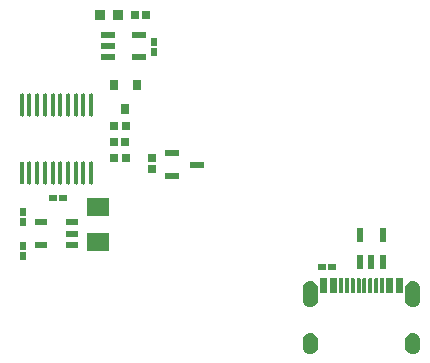
<source format=gtp>
G04*
G04 #@! TF.GenerationSoftware,Altium Limited,Altium Designer,21.9.1 (22)*
G04*
G04 Layer_Color=8421504*
%FSLAX25Y25*%
%MOIN*%
G70*
G04*
G04 #@! TF.SameCoordinates,A7415FA3-026C-4748-ABA7-5A76E8C983D3*
G04*
G04*
G04 #@! TF.FilePolarity,Positive*
G04*
G01*
G75*
%ADD15R,0.02441X0.02598*%
%ADD16R,0.03150X0.03543*%
%ADD17R,0.02598X0.02441*%
%ADD18R,0.04724X0.02165*%
G04:AMPARAMS|DCode=19|XSize=76.98mil|YSize=16.57mil|CornerRadius=8.28mil|HoleSize=0mil|Usage=FLASHONLY|Rotation=90.000|XOffset=0mil|YOffset=0mil|HoleType=Round|Shape=RoundedRectangle|*
%AMROUNDEDRECTD19*
21,1,0.07698,0.00000,0,0,90.0*
21,1,0.06041,0.01657,0,0,90.0*
1,1,0.01657,0.00000,0.03021*
1,1,0.01657,0.00000,-0.03021*
1,1,0.01657,0.00000,-0.03021*
1,1,0.01657,0.00000,0.03021*
%
%ADD19ROUNDEDRECTD19*%
%ADD20R,0.01657X0.07698*%
%ADD21R,0.03937X0.02362*%
%ADD22R,0.02756X0.02559*%
%ADD23R,0.07480X0.06102*%
%ADD24R,0.03543X0.03740*%
%ADD25R,0.02559X0.02756*%
%ADD26R,0.05118X0.02362*%
%ADD27R,0.02362X0.04724*%
%ADD28R,0.02362X0.05118*%
%ADD29R,0.01181X0.05118*%
G36*
X331542Y291038D02*
X330361D01*
Y296157D01*
X331542D01*
Y291038D01*
D02*
G37*
G36*
X329573D02*
X328392D01*
Y296157D01*
X329573D01*
Y291038D01*
D02*
G37*
G36*
X327605D02*
X326424D01*
Y296157D01*
X327605D01*
Y291038D01*
D02*
G37*
G36*
X325636D02*
X324455D01*
Y296157D01*
X325636D01*
Y291038D01*
D02*
G37*
G36*
X323668D02*
X321305D01*
Y296157D01*
X323668D01*
Y291038D01*
D02*
G37*
G36*
X320519D02*
X318157D01*
Y296157D01*
X320519D01*
Y291038D01*
D02*
G37*
G36*
X316261Y294633D02*
X316925Y293973D01*
X317287Y293111D01*
X317290Y292643D01*
X317290Y292643D01*
X317290Y288706D01*
X317287Y288238D01*
X316925Y287375D01*
X316261Y286716D01*
X315396Y286359D01*
X314460D01*
X313595Y286716D01*
X312931Y287375D01*
X312569Y288238D01*
X312566Y288706D01*
Y292643D01*
X312569Y293111D01*
X312931Y293973D01*
X313595Y294633D01*
X314460Y294990D01*
X315396D01*
X316261Y294633D01*
D02*
G37*
G36*
Y277388D02*
X316925Y276729D01*
X317287Y275866D01*
X317290Y275398D01*
X317290Y275398D01*
X317290Y273036D01*
X317287Y272568D01*
X316925Y271706D01*
X316261Y271046D01*
X315396Y270690D01*
X314460D01*
X313595Y271046D01*
X312931Y271706D01*
X312569Y272568D01*
X312566Y273036D01*
Y275398D01*
X312569Y275866D01*
X312931Y276729D01*
X313595Y277388D01*
X314460Y277745D01*
X315396D01*
X316261Y277388D01*
D02*
G37*
G36*
X346582Y275398D02*
Y275868D01*
X346942Y276736D01*
X347606Y277401D01*
X348474Y277761D01*
X349414D01*
X350283Y277401D01*
X350947Y276736D01*
X351307Y275868D01*
Y275398D01*
D01*
D01*
Y273036D01*
Y272566D01*
X350947Y271698D01*
X350283Y271034D01*
X349414Y270674D01*
X348474D01*
X347606Y271034D01*
X346942Y271698D01*
X346582Y272566D01*
Y273036D01*
D01*
Y275398D01*
D01*
D02*
G37*
G36*
Y292643D02*
Y293113D01*
X346942Y293981D01*
X347606Y294646D01*
X348474Y295005D01*
X349414D01*
X350283Y294646D01*
X350947Y293981D01*
X351307Y293113D01*
Y292643D01*
D01*
D01*
Y288706D01*
Y288236D01*
X350947Y287368D01*
X350283Y286703D01*
X349414Y286344D01*
X348474D01*
X347606Y286703D01*
X346942Y287368D01*
X346582Y288236D01*
Y288706D01*
D01*
Y292643D01*
D01*
D02*
G37*
G36*
X340204Y296157D02*
X342566D01*
Y291038D01*
X340204D01*
Y296157D01*
D02*
G37*
G36*
X343353D02*
X345715D01*
Y291038D01*
X343353D01*
Y296157D01*
D02*
G37*
G36*
X332329D02*
X333510D01*
Y291038D01*
X332329D01*
Y296157D01*
D02*
G37*
G36*
X334298D02*
X335479D01*
Y291038D01*
X334298D01*
Y296157D01*
D02*
G37*
G36*
X336266D02*
X337448D01*
Y291038D01*
X336266D01*
Y296157D01*
D02*
G37*
G36*
X338235D02*
X339416D01*
Y291038D01*
X338235D01*
Y296157D01*
D02*
G37*
D15*
X219211Y318181D02*
D03*
Y314717D02*
D03*
X262860Y374894D02*
D03*
Y371429D02*
D03*
X219211Y303449D02*
D03*
Y306913D02*
D03*
D16*
X253211Y352449D02*
D03*
X249471Y360323D02*
D03*
X256951D02*
D03*
D17*
X232443Y322949D02*
D03*
X228979D02*
D03*
X318786Y299949D02*
D03*
X322251D02*
D03*
D18*
X247441Y377285D02*
D03*
Y373545D02*
D03*
Y369805D02*
D03*
X257679D02*
D03*
Y377285D02*
D03*
D19*
X218695Y353770D02*
D03*
X221254D02*
D03*
X223814D02*
D03*
X226373D02*
D03*
X228932D02*
D03*
X231491D02*
D03*
X234050D02*
D03*
X236609D02*
D03*
X239168D02*
D03*
X241727D02*
D03*
Y331128D02*
D03*
X239168D02*
D03*
X236609D02*
D03*
X234050D02*
D03*
X231491D02*
D03*
X228932D02*
D03*
X226373D02*
D03*
X223814D02*
D03*
X221254D02*
D03*
D20*
X218695D02*
D03*
D21*
X235329Y307209D02*
D03*
X235329Y310949D02*
D03*
X235329Y314689D02*
D03*
X225093Y314689D02*
D03*
X225093Y307209D02*
D03*
D22*
X249560Y346724D02*
D03*
X253300D02*
D03*
X249471Y341449D02*
D03*
X253211D02*
D03*
X260121Y383949D02*
D03*
X256381D02*
D03*
X249560Y336224D02*
D03*
X253300D02*
D03*
D23*
X243936Y308160D02*
D03*
Y319774D02*
D03*
D24*
X250703Y383949D02*
D03*
X244798D02*
D03*
D25*
X262133Y336278D02*
D03*
Y332538D02*
D03*
D26*
X277042Y333949D02*
D03*
X268774Y330209D02*
D03*
Y337689D02*
D03*
D27*
X331471Y310476D02*
D03*
X338951D02*
D03*
Y301421D02*
D03*
X335211D02*
D03*
X331471D02*
D03*
D28*
X319337Y293598D02*
D03*
X322487D02*
D03*
X344534D02*
D03*
X341385D02*
D03*
D29*
X325046D02*
D03*
X327015D02*
D03*
X328983D02*
D03*
X330952D02*
D03*
X332920D02*
D03*
X334889D02*
D03*
X336857D02*
D03*
X338826D02*
D03*
M02*

</source>
